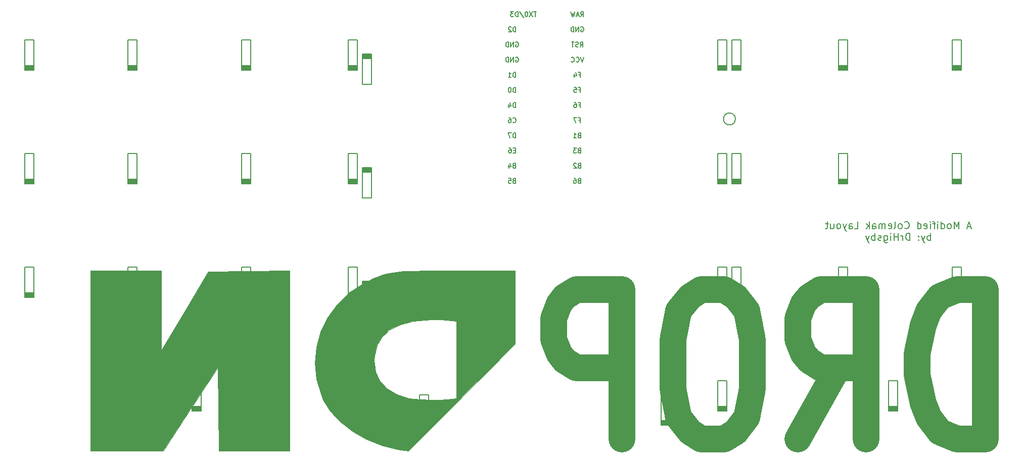
<source format=gbr>
%TF.GenerationSoftware,KiCad,Pcbnew,(5.1.9)-1*%
%TF.CreationDate,2021-08-24T15:28:57-07:00*%
%TF.ProjectId,DropDN - redesign2,44726f70-444e-4202-9d20-726564657369,rev?*%
%TF.SameCoordinates,Original*%
%TF.FileFunction,Legend,Bot*%
%TF.FilePolarity,Positive*%
%FSLAX46Y46*%
G04 Gerber Fmt 4.6, Leading zero omitted, Abs format (unit mm)*
G04 Created by KiCad (PCBNEW (5.1.9)-1) date 2021-08-24 15:28:57*
%MOMM*%
%LPD*%
G01*
G04 APERTURE LIST*
%ADD10C,0.150000*%
%ADD11C,4.500000*%
%ADD12C,0.010000*%
G04 APERTURE END LIST*
D10*
X183314285Y-59725000D02*
X182742857Y-59725000D01*
X183428571Y-60067857D02*
X183028571Y-58867857D01*
X182628571Y-60067857D01*
X181314285Y-60067857D02*
X181314285Y-58867857D01*
X180914285Y-59725000D01*
X180514285Y-58867857D01*
X180514285Y-60067857D01*
X179771428Y-60067857D02*
X179885714Y-60010714D01*
X179942857Y-59953571D01*
X180000000Y-59839285D01*
X180000000Y-59496428D01*
X179942857Y-59382142D01*
X179885714Y-59325000D01*
X179771428Y-59267857D01*
X179600000Y-59267857D01*
X179485714Y-59325000D01*
X179428571Y-59382142D01*
X179371428Y-59496428D01*
X179371428Y-59839285D01*
X179428571Y-59953571D01*
X179485714Y-60010714D01*
X179600000Y-60067857D01*
X179771428Y-60067857D01*
X178342857Y-60067857D02*
X178342857Y-58867857D01*
X178342857Y-60010714D02*
X178457142Y-60067857D01*
X178685714Y-60067857D01*
X178800000Y-60010714D01*
X178857142Y-59953571D01*
X178914285Y-59839285D01*
X178914285Y-59496428D01*
X178857142Y-59382142D01*
X178800000Y-59325000D01*
X178685714Y-59267857D01*
X178457142Y-59267857D01*
X178342857Y-59325000D01*
X177771428Y-60067857D02*
X177771428Y-59267857D01*
X177771428Y-58867857D02*
X177828571Y-58925000D01*
X177771428Y-58982142D01*
X177714285Y-58925000D01*
X177771428Y-58867857D01*
X177771428Y-58982142D01*
X177371428Y-59267857D02*
X176914285Y-59267857D01*
X177200000Y-60067857D02*
X177200000Y-59039285D01*
X177142857Y-58925000D01*
X177028571Y-58867857D01*
X176914285Y-58867857D01*
X176514285Y-60067857D02*
X176514285Y-59267857D01*
X176514285Y-58867857D02*
X176571428Y-58925000D01*
X176514285Y-58982142D01*
X176457142Y-58925000D01*
X176514285Y-58867857D01*
X176514285Y-58982142D01*
X175485714Y-60010714D02*
X175600000Y-60067857D01*
X175828571Y-60067857D01*
X175942857Y-60010714D01*
X176000000Y-59896428D01*
X176000000Y-59439285D01*
X175942857Y-59325000D01*
X175828571Y-59267857D01*
X175600000Y-59267857D01*
X175485714Y-59325000D01*
X175428571Y-59439285D01*
X175428571Y-59553571D01*
X176000000Y-59667857D01*
X174400000Y-60067857D02*
X174400000Y-58867857D01*
X174400000Y-60010714D02*
X174514285Y-60067857D01*
X174742857Y-60067857D01*
X174857142Y-60010714D01*
X174914285Y-59953571D01*
X174971428Y-59839285D01*
X174971428Y-59496428D01*
X174914285Y-59382142D01*
X174857142Y-59325000D01*
X174742857Y-59267857D01*
X174514285Y-59267857D01*
X174400000Y-59325000D01*
X172228571Y-59953571D02*
X172285714Y-60010714D01*
X172457142Y-60067857D01*
X172571428Y-60067857D01*
X172742857Y-60010714D01*
X172857142Y-59896428D01*
X172914285Y-59782142D01*
X172971428Y-59553571D01*
X172971428Y-59382142D01*
X172914285Y-59153571D01*
X172857142Y-59039285D01*
X172742857Y-58925000D01*
X172571428Y-58867857D01*
X172457142Y-58867857D01*
X172285714Y-58925000D01*
X172228571Y-58982142D01*
X171542857Y-60067857D02*
X171657142Y-60010714D01*
X171714285Y-59953571D01*
X171771428Y-59839285D01*
X171771428Y-59496428D01*
X171714285Y-59382142D01*
X171657142Y-59325000D01*
X171542857Y-59267857D01*
X171371428Y-59267857D01*
X171257142Y-59325000D01*
X171200000Y-59382142D01*
X171142857Y-59496428D01*
X171142857Y-59839285D01*
X171200000Y-59953571D01*
X171257142Y-60010714D01*
X171371428Y-60067857D01*
X171542857Y-60067857D01*
X170457142Y-60067857D02*
X170571428Y-60010714D01*
X170628571Y-59896428D01*
X170628571Y-58867857D01*
X169542857Y-60010714D02*
X169657142Y-60067857D01*
X169885714Y-60067857D01*
X170000000Y-60010714D01*
X170057142Y-59896428D01*
X170057142Y-59439285D01*
X170000000Y-59325000D01*
X169885714Y-59267857D01*
X169657142Y-59267857D01*
X169542857Y-59325000D01*
X169485714Y-59439285D01*
X169485714Y-59553571D01*
X170057142Y-59667857D01*
X168971428Y-60067857D02*
X168971428Y-59267857D01*
X168971428Y-59382142D02*
X168914285Y-59325000D01*
X168800000Y-59267857D01*
X168628571Y-59267857D01*
X168514285Y-59325000D01*
X168457142Y-59439285D01*
X168457142Y-60067857D01*
X168457142Y-59439285D02*
X168400000Y-59325000D01*
X168285714Y-59267857D01*
X168114285Y-59267857D01*
X168000000Y-59325000D01*
X167942857Y-59439285D01*
X167942857Y-60067857D01*
X166857142Y-60067857D02*
X166857142Y-59439285D01*
X166914285Y-59325000D01*
X167028571Y-59267857D01*
X167257142Y-59267857D01*
X167371428Y-59325000D01*
X166857142Y-60010714D02*
X166971428Y-60067857D01*
X167257142Y-60067857D01*
X167371428Y-60010714D01*
X167428571Y-59896428D01*
X167428571Y-59782142D01*
X167371428Y-59667857D01*
X167257142Y-59610714D01*
X166971428Y-59610714D01*
X166857142Y-59553571D01*
X166285714Y-60067857D02*
X166285714Y-58867857D01*
X166171428Y-59610714D02*
X165828571Y-60067857D01*
X165828571Y-59267857D02*
X166285714Y-59725000D01*
X163828571Y-60067857D02*
X164400000Y-60067857D01*
X164400000Y-58867857D01*
X162914285Y-60067857D02*
X162914285Y-59439285D01*
X162971428Y-59325000D01*
X163085714Y-59267857D01*
X163314285Y-59267857D01*
X163428571Y-59325000D01*
X162914285Y-60010714D02*
X163028571Y-60067857D01*
X163314285Y-60067857D01*
X163428571Y-60010714D01*
X163485714Y-59896428D01*
X163485714Y-59782142D01*
X163428571Y-59667857D01*
X163314285Y-59610714D01*
X163028571Y-59610714D01*
X162914285Y-59553571D01*
X162457142Y-59267857D02*
X162171428Y-60067857D01*
X161885714Y-59267857D02*
X162171428Y-60067857D01*
X162285714Y-60353571D01*
X162342857Y-60410714D01*
X162457142Y-60467857D01*
X161257142Y-60067857D02*
X161371428Y-60010714D01*
X161428571Y-59953571D01*
X161485714Y-59839285D01*
X161485714Y-59496428D01*
X161428571Y-59382142D01*
X161371428Y-59325000D01*
X161257142Y-59267857D01*
X161085714Y-59267857D01*
X160971428Y-59325000D01*
X160914285Y-59382142D01*
X160857142Y-59496428D01*
X160857142Y-59839285D01*
X160914285Y-59953571D01*
X160971428Y-60010714D01*
X161085714Y-60067857D01*
X161257142Y-60067857D01*
X159828571Y-59267857D02*
X159828571Y-60067857D01*
X160342857Y-59267857D02*
X160342857Y-59896428D01*
X160285714Y-60010714D01*
X160171428Y-60067857D01*
X160000000Y-60067857D01*
X159885714Y-60010714D01*
X159828571Y-59953571D01*
X159428571Y-59267857D02*
X158971428Y-59267857D01*
X159257142Y-58867857D02*
X159257142Y-59896428D01*
X159200000Y-60010714D01*
X159085714Y-60067857D01*
X158971428Y-60067857D01*
X176571428Y-62017857D02*
X176571428Y-60817857D01*
X176571428Y-61275000D02*
X176457142Y-61217857D01*
X176228571Y-61217857D01*
X176114285Y-61275000D01*
X176057142Y-61332142D01*
X176000000Y-61446428D01*
X176000000Y-61789285D01*
X176057142Y-61903571D01*
X176114285Y-61960714D01*
X176228571Y-62017857D01*
X176457142Y-62017857D01*
X176571428Y-61960714D01*
X175600000Y-61217857D02*
X175314285Y-62017857D01*
X175028571Y-61217857D02*
X175314285Y-62017857D01*
X175428571Y-62303571D01*
X175485714Y-62360714D01*
X175600000Y-62417857D01*
X174571428Y-61903571D02*
X174514285Y-61960714D01*
X174571428Y-62017857D01*
X174628571Y-61960714D01*
X174571428Y-61903571D01*
X174571428Y-62017857D01*
X174571428Y-61275000D02*
X174514285Y-61332142D01*
X174571428Y-61389285D01*
X174628571Y-61332142D01*
X174571428Y-61275000D01*
X174571428Y-61389285D01*
X173085714Y-62017857D02*
X173085714Y-60817857D01*
X172800000Y-60817857D01*
X172628571Y-60875000D01*
X172514285Y-60989285D01*
X172457142Y-61103571D01*
X172400000Y-61332142D01*
X172400000Y-61503571D01*
X172457142Y-61732142D01*
X172514285Y-61846428D01*
X172628571Y-61960714D01*
X172800000Y-62017857D01*
X173085714Y-62017857D01*
X171885714Y-62017857D02*
X171885714Y-61217857D01*
X171885714Y-61446428D02*
X171828571Y-61332142D01*
X171771428Y-61275000D01*
X171657142Y-61217857D01*
X171542857Y-61217857D01*
X171142857Y-62017857D02*
X171142857Y-60817857D01*
X171142857Y-61389285D02*
X170457142Y-61389285D01*
X170457142Y-62017857D02*
X170457142Y-60817857D01*
X169885714Y-62017857D02*
X169885714Y-61217857D01*
X169885714Y-60817857D02*
X169942857Y-60875000D01*
X169885714Y-60932142D01*
X169828571Y-60875000D01*
X169885714Y-60817857D01*
X169885714Y-60932142D01*
X168800000Y-61217857D02*
X168800000Y-62189285D01*
X168857142Y-62303571D01*
X168914285Y-62360714D01*
X169028571Y-62417857D01*
X169200000Y-62417857D01*
X169314285Y-62360714D01*
X168800000Y-61960714D02*
X168914285Y-62017857D01*
X169142857Y-62017857D01*
X169257142Y-61960714D01*
X169314285Y-61903571D01*
X169371428Y-61789285D01*
X169371428Y-61446428D01*
X169314285Y-61332142D01*
X169257142Y-61275000D01*
X169142857Y-61217857D01*
X168914285Y-61217857D01*
X168800000Y-61275000D01*
X168285714Y-61960714D02*
X168171428Y-62017857D01*
X167942857Y-62017857D01*
X167828571Y-61960714D01*
X167771428Y-61846428D01*
X167771428Y-61789285D01*
X167828571Y-61675000D01*
X167942857Y-61617857D01*
X168114285Y-61617857D01*
X168228571Y-61560714D01*
X168285714Y-61446428D01*
X168285714Y-61389285D01*
X168228571Y-61275000D01*
X168114285Y-61217857D01*
X167942857Y-61217857D01*
X167828571Y-61275000D01*
X167257142Y-62017857D02*
X167257142Y-60817857D01*
X167257142Y-61275000D02*
X167142857Y-61217857D01*
X166914285Y-61217857D01*
X166800000Y-61275000D01*
X166742857Y-61332142D01*
X166685714Y-61446428D01*
X166685714Y-61789285D01*
X166742857Y-61903571D01*
X166800000Y-61960714D01*
X166914285Y-62017857D01*
X167142857Y-62017857D01*
X167257142Y-61960714D01*
X166285714Y-61217857D02*
X166000000Y-62017857D01*
X165714285Y-61217857D02*
X166000000Y-62017857D01*
X166114285Y-62303571D01*
X166171428Y-62360714D01*
X166285714Y-62417857D01*
D11*
X185733035Y-95259523D02*
X185733035Y-70259523D01*
X180971130Y-70259523D01*
X178113988Y-71450000D01*
X176209226Y-73830952D01*
X175256845Y-76211904D01*
X174304464Y-80973809D01*
X174304464Y-84545238D01*
X175256845Y-89307142D01*
X176209226Y-91688095D01*
X178113988Y-94069047D01*
X180971130Y-95259523D01*
X185733035Y-95259523D01*
X154304464Y-95259523D02*
X160971130Y-83354761D01*
X165733035Y-95259523D02*
X165733035Y-70259523D01*
X158113988Y-70259523D01*
X156209226Y-71450000D01*
X155256845Y-72640476D01*
X154304464Y-75021428D01*
X154304464Y-78592857D01*
X155256845Y-80973809D01*
X156209226Y-82164285D01*
X158113988Y-83354761D01*
X165733035Y-83354761D01*
X141923511Y-70259523D02*
X138113988Y-70259523D01*
X136209226Y-71450000D01*
X134304464Y-73830952D01*
X133352083Y-78592857D01*
X133352083Y-86926190D01*
X134304464Y-91688095D01*
X136209226Y-94069047D01*
X138113988Y-95259523D01*
X141923511Y-95259523D01*
X143828273Y-94069047D01*
X145733035Y-91688095D01*
X146685416Y-86926190D01*
X146685416Y-78592857D01*
X145733035Y-73830952D01*
X143828273Y-71450000D01*
X141923511Y-70259523D01*
X124780654Y-95259523D02*
X124780654Y-70259523D01*
X117161607Y-70259523D01*
X115256845Y-71450000D01*
X114304464Y-72640476D01*
X113352083Y-75021428D01*
X113352083Y-78592857D01*
X114304464Y-80973809D01*
X115256845Y-82164285D01*
X117161607Y-83354761D01*
X124780654Y-83354761D01*
D10*
%TO.C,RESET1*%
X143875000Y-41671875D02*
G75*
G03*
X143875000Y-41671875I-1000000J0D01*
G01*
D12*
%TO.C,G\u002A\u002A\u002A*%
G36*
X62356020Y-67157761D02*
G01*
X55532318Y-67233334D01*
X51631576Y-73849220D01*
X47730834Y-80465107D01*
X47730834Y-67092223D01*
X35877500Y-67092223D01*
X35877500Y-97290000D01*
X48029262Y-97290000D01*
X52607270Y-90316093D01*
X57185278Y-83342185D01*
X57260764Y-90316093D01*
X57336250Y-97290000D01*
X69179723Y-97290000D01*
X69179723Y-67082188D01*
X62356020Y-67157761D01*
G37*
X62356020Y-67157761D02*
X55532318Y-67233334D01*
X51631576Y-73849220D01*
X47730834Y-80465107D01*
X47730834Y-67092223D01*
X35877500Y-67092223D01*
X35877500Y-97290000D01*
X48029262Y-97290000D01*
X52607270Y-90316093D01*
X57185278Y-83342185D01*
X57260764Y-90316093D01*
X57336250Y-97290000D01*
X69179723Y-97290000D01*
X69179723Y-67082188D01*
X62356020Y-67157761D01*
G36*
X94188805Y-67094730D02*
G01*
X91845639Y-67108999D01*
X89924535Y-67145152D01*
X88354300Y-67213311D01*
X87063746Y-67323597D01*
X85981682Y-67486131D01*
X85036916Y-67711036D01*
X84158260Y-68008434D01*
X83274521Y-68388445D01*
X82314510Y-68861191D01*
X81457944Y-69305535D01*
X79099496Y-70839464D01*
X77119224Y-72739462D01*
X75540484Y-74937101D01*
X74386632Y-77363949D01*
X73681025Y-79951577D01*
X73447019Y-82631555D01*
X73707971Y-85335454D01*
X74487238Y-87994844D01*
X74818330Y-88758280D01*
X75999782Y-90666942D01*
X77653890Y-92439011D01*
X79694729Y-94019061D01*
X82036376Y-95351661D01*
X84592907Y-96381384D01*
X87278398Y-97052801D01*
X87806389Y-97136769D01*
X89076389Y-97319529D01*
X98036945Y-88342580D01*
X106997500Y-79365632D01*
X106997500Y-75599505D01*
X97119723Y-75599505D01*
X97119723Y-88501854D01*
X96484723Y-88624160D01*
X95549421Y-88727864D01*
X94241620Y-88776721D01*
X92750289Y-88773770D01*
X91264396Y-88722051D01*
X89972910Y-88624604D01*
X89160836Y-88506340D01*
X87120110Y-87852497D01*
X85489175Y-86861806D01*
X84296003Y-85568520D01*
X83568565Y-84006894D01*
X83334835Y-82211182D01*
X83385931Y-81434302D01*
X83822836Y-79634493D01*
X84679589Y-78161795D01*
X85971847Y-77004899D01*
X87715264Y-76152493D01*
X89925495Y-75593268D01*
X91781972Y-75368365D01*
X93110707Y-75310484D01*
X94480528Y-75324390D01*
X95521416Y-75399809D01*
X97119723Y-75599505D01*
X106997500Y-75599505D01*
X106997500Y-67092223D01*
X97025222Y-67092223D01*
X94188805Y-67094730D01*
G37*
X94188805Y-67094730D02*
X91845639Y-67108999D01*
X89924535Y-67145152D01*
X88354300Y-67213311D01*
X87063746Y-67323597D01*
X85981682Y-67486131D01*
X85036916Y-67711036D01*
X84158260Y-68008434D01*
X83274521Y-68388445D01*
X82314510Y-68861191D01*
X81457944Y-69305535D01*
X79099496Y-70839464D01*
X77119224Y-72739462D01*
X75540484Y-74937101D01*
X74386632Y-77363949D01*
X73681025Y-79951577D01*
X73447019Y-82631555D01*
X73707971Y-85335454D01*
X74487238Y-87994844D01*
X74818330Y-88758280D01*
X75999782Y-90666942D01*
X77653890Y-92439011D01*
X79694729Y-94019061D01*
X82036376Y-95351661D01*
X84592907Y-96381384D01*
X87278398Y-97052801D01*
X87806389Y-97136769D01*
X89076389Y-97319529D01*
X98036945Y-88342580D01*
X106997500Y-79365632D01*
X106997500Y-75599505D01*
X97119723Y-75599505D01*
X97119723Y-88501854D01*
X96484723Y-88624160D01*
X95549421Y-88727864D01*
X94241620Y-88776721D01*
X92750289Y-88773770D01*
X91264396Y-88722051D01*
X89972910Y-88624604D01*
X89160836Y-88506340D01*
X87120110Y-87852497D01*
X85489175Y-86861806D01*
X84296003Y-85568520D01*
X83568565Y-84006894D01*
X83334835Y-82211182D01*
X83385931Y-81434302D01*
X83822836Y-79634493D01*
X84679589Y-78161795D01*
X85971847Y-77004899D01*
X87715264Y-76152493D01*
X89925495Y-75593268D01*
X91781972Y-75368365D01*
X93110707Y-75310484D01*
X94480528Y-75324390D01*
X95521416Y-75399809D01*
X97119723Y-75599505D01*
X106997500Y-75599505D01*
X106997500Y-67092223D01*
X97025222Y-67092223D01*
X94188805Y-67094730D01*
D10*
%TO.C,D33*%
X169497518Y-89884324D02*
X171021518Y-89884324D01*
X169497518Y-90011324D02*
X171021518Y-90011324D01*
X171021518Y-90138324D02*
X169497518Y-90138324D01*
X169497518Y-90519324D02*
X171021518Y-90519324D01*
X171021518Y-90392324D02*
X169497518Y-90392324D01*
X169497518Y-90265324D02*
X171021518Y-90265324D01*
X171021518Y-85566324D02*
X169497518Y-85566324D01*
X171021518Y-90646324D02*
X171021518Y-85566324D01*
X169497518Y-90646324D02*
X171021518Y-90646324D01*
X169497518Y-85566324D02*
X169497518Y-90646324D01*
%TO.C,D32*%
X140922494Y-89884324D02*
X142446494Y-89884324D01*
X140922494Y-90011324D02*
X142446494Y-90011324D01*
X142446494Y-90138324D02*
X140922494Y-90138324D01*
X140922494Y-90519324D02*
X142446494Y-90519324D01*
X142446494Y-90392324D02*
X140922494Y-90392324D01*
X140922494Y-90265324D02*
X142446494Y-90265324D01*
X142446494Y-85566324D02*
X140922494Y-85566324D01*
X142446494Y-90646324D02*
X142446494Y-85566324D01*
X140922494Y-90646324D02*
X142446494Y-90646324D01*
X140922494Y-85566324D02*
X140922494Y-90646324D01*
%TO.C,D31*%
X131397375Y-92265500D02*
X132921375Y-92265500D01*
X131397375Y-92392500D02*
X132921375Y-92392500D01*
X132921375Y-92519500D02*
X131397375Y-92519500D01*
X131397375Y-92900500D02*
X132921375Y-92900500D01*
X132921375Y-92773500D02*
X131397375Y-92773500D01*
X131397375Y-92646500D02*
X132921375Y-92646500D01*
X132921375Y-87947500D02*
X131397375Y-87947500D01*
X132921375Y-93027500D02*
X132921375Y-87947500D01*
X131397375Y-93027500D02*
X132921375Y-93027500D01*
X131397375Y-87947500D02*
X131397375Y-93027500D01*
%TO.C,D30*%
X90916206Y-92265500D02*
X92440206Y-92265500D01*
X90916206Y-92392500D02*
X92440206Y-92392500D01*
X92440206Y-92519500D02*
X90916206Y-92519500D01*
X90916206Y-92900500D02*
X92440206Y-92900500D01*
X92440206Y-92773500D02*
X90916206Y-92773500D01*
X90916206Y-92646500D02*
X92440206Y-92646500D01*
X92440206Y-87947500D02*
X90916206Y-87947500D01*
X92440206Y-93027500D02*
X92440206Y-87947500D01*
X90916206Y-93027500D02*
X92440206Y-93027500D01*
X90916206Y-87947500D02*
X90916206Y-93027500D01*
%TO.C,D29*%
X81391125Y-89884250D02*
X82915125Y-89884250D01*
X81391125Y-90011250D02*
X82915125Y-90011250D01*
X82915125Y-90138250D02*
X81391125Y-90138250D01*
X81391125Y-90519250D02*
X82915125Y-90519250D01*
X82915125Y-90392250D02*
X81391125Y-90392250D01*
X81391125Y-90265250D02*
X82915125Y-90265250D01*
X82915125Y-85566250D02*
X81391125Y-85566250D01*
X82915125Y-90646250D02*
X82915125Y-85566250D01*
X81391125Y-90646250D02*
X82915125Y-90646250D01*
X81391125Y-85566250D02*
X81391125Y-90646250D01*
%TO.C,D28*%
X52816125Y-89884250D02*
X54340125Y-89884250D01*
X52816125Y-90011250D02*
X54340125Y-90011250D01*
X54340125Y-90138250D02*
X52816125Y-90138250D01*
X52816125Y-90519250D02*
X54340125Y-90519250D01*
X54340125Y-90392250D02*
X52816125Y-90392250D01*
X52816125Y-90265250D02*
X54340125Y-90265250D01*
X54340125Y-85566250D02*
X52816125Y-85566250D01*
X54340125Y-90646250D02*
X54340125Y-85566250D01*
X52816125Y-90646250D02*
X54340125Y-90646250D01*
X52816125Y-85566250D02*
X52816125Y-90646250D01*
%TO.C,D27*%
X180213000Y-70834250D02*
X181737000Y-70834250D01*
X180213000Y-70961250D02*
X181737000Y-70961250D01*
X181737000Y-71088250D02*
X180213000Y-71088250D01*
X180213000Y-71469250D02*
X181737000Y-71469250D01*
X181737000Y-71342250D02*
X180213000Y-71342250D01*
X180213000Y-71215250D02*
X181737000Y-71215250D01*
X181737000Y-66516250D02*
X180213000Y-66516250D01*
X181737000Y-71596250D02*
X181737000Y-66516250D01*
X180213000Y-71596250D02*
X181737000Y-71596250D01*
X180213000Y-66516250D02*
X180213000Y-71596250D01*
%TO.C,D26*%
X161163000Y-70834308D02*
X162687000Y-70834308D01*
X161163000Y-70961308D02*
X162687000Y-70961308D01*
X162687000Y-71088308D02*
X161163000Y-71088308D01*
X161163000Y-71469308D02*
X162687000Y-71469308D01*
X162687000Y-71342308D02*
X161163000Y-71342308D01*
X161163000Y-71215308D02*
X162687000Y-71215308D01*
X162687000Y-66516308D02*
X161163000Y-66516308D01*
X162687000Y-71596308D02*
X162687000Y-66516308D01*
X161163000Y-71596308D02*
X162687000Y-71596308D01*
X161163000Y-66516308D02*
X161163000Y-71596308D01*
%TO.C,D25*%
X143303625Y-70834250D02*
X144827625Y-70834250D01*
X143303625Y-70961250D02*
X144827625Y-70961250D01*
X144827625Y-71088250D02*
X143303625Y-71088250D01*
X143303625Y-71469250D02*
X144827625Y-71469250D01*
X144827625Y-71342250D02*
X143303625Y-71342250D01*
X143303625Y-71215250D02*
X144827625Y-71215250D01*
X144827625Y-66516250D02*
X143303625Y-66516250D01*
X144827625Y-71596250D02*
X144827625Y-66516250D01*
X143303625Y-71596250D02*
X144827625Y-71596250D01*
X143303625Y-66516250D02*
X143303625Y-71596250D01*
%TO.C,D24*%
X140922375Y-70834250D02*
X142446375Y-70834250D01*
X140922375Y-70961250D02*
X142446375Y-70961250D01*
X142446375Y-71088250D02*
X140922375Y-71088250D01*
X140922375Y-71469250D02*
X142446375Y-71469250D01*
X142446375Y-71342250D02*
X140922375Y-71342250D01*
X140922375Y-71215250D02*
X142446375Y-71215250D01*
X142446375Y-66516250D02*
X140922375Y-66516250D01*
X142446375Y-71596250D02*
X142446375Y-66516250D01*
X140922375Y-71596250D02*
X142446375Y-71596250D01*
X140922375Y-66516250D02*
X140922375Y-71596250D01*
%TO.C,D23*%
X82915125Y-69659500D02*
X81391125Y-69659500D01*
X82915125Y-69532500D02*
X81391125Y-69532500D01*
X81391125Y-69405500D02*
X82915125Y-69405500D01*
X82915125Y-69024500D02*
X81391125Y-69024500D01*
X81391125Y-69151500D02*
X82915125Y-69151500D01*
X82915125Y-69278500D02*
X81391125Y-69278500D01*
X81391125Y-73977500D02*
X82915125Y-73977500D01*
X81391125Y-68897500D02*
X81391125Y-73977500D01*
X82915125Y-68897500D02*
X81391125Y-68897500D01*
X82915125Y-73977500D02*
X82915125Y-68897500D01*
%TO.C,D22*%
X79009875Y-70834250D02*
X80533875Y-70834250D01*
X79009875Y-70961250D02*
X80533875Y-70961250D01*
X80533875Y-71088250D02*
X79009875Y-71088250D01*
X79009875Y-71469250D02*
X80533875Y-71469250D01*
X80533875Y-71342250D02*
X79009875Y-71342250D01*
X79009875Y-71215250D02*
X80533875Y-71215250D01*
X80533875Y-66516250D02*
X79009875Y-66516250D01*
X80533875Y-71596250D02*
X80533875Y-66516250D01*
X79009875Y-71596250D02*
X80533875Y-71596250D01*
X79009875Y-66516250D02*
X79009875Y-71596250D01*
%TO.C,D21*%
X61150556Y-70834308D02*
X62674556Y-70834308D01*
X61150556Y-70961308D02*
X62674556Y-70961308D01*
X62674556Y-71088308D02*
X61150556Y-71088308D01*
X61150556Y-71469308D02*
X62674556Y-71469308D01*
X62674556Y-71342308D02*
X61150556Y-71342308D01*
X61150556Y-71215308D02*
X62674556Y-71215308D01*
X62674556Y-66516308D02*
X61150556Y-66516308D01*
X62674556Y-71596308D02*
X62674556Y-66516308D01*
X61150556Y-71596308D02*
X62674556Y-71596308D01*
X61150556Y-66516308D02*
X61150556Y-71596308D01*
%TO.C,D20*%
X42100540Y-70834308D02*
X43624540Y-70834308D01*
X42100540Y-70961308D02*
X43624540Y-70961308D01*
X43624540Y-71088308D02*
X42100540Y-71088308D01*
X42100540Y-71469308D02*
X43624540Y-71469308D01*
X43624540Y-71342308D02*
X42100540Y-71342308D01*
X42100540Y-71215308D02*
X43624540Y-71215308D01*
X43624540Y-66516308D02*
X42100540Y-66516308D01*
X43624540Y-71596308D02*
X43624540Y-66516308D01*
X42100540Y-71596308D02*
X43624540Y-71596308D01*
X42100540Y-66516308D02*
X42100540Y-71596308D01*
%TO.C,D19*%
X24836463Y-70834308D02*
X26360463Y-70834308D01*
X24836463Y-70961308D02*
X26360463Y-70961308D01*
X26360463Y-71088308D02*
X24836463Y-71088308D01*
X24836463Y-71469308D02*
X26360463Y-71469308D01*
X26360463Y-71342308D02*
X24836463Y-71342308D01*
X24836463Y-71215308D02*
X26360463Y-71215308D01*
X26360463Y-66516308D02*
X24836463Y-66516308D01*
X26360463Y-71596308D02*
X26360463Y-66516308D01*
X24836463Y-71596308D02*
X26360463Y-71596308D01*
X24836463Y-66516308D02*
X24836463Y-71596308D01*
%TO.C,D18*%
X180213000Y-51784250D02*
X181737000Y-51784250D01*
X180213000Y-51911250D02*
X181737000Y-51911250D01*
X181737000Y-52038250D02*
X180213000Y-52038250D01*
X180213000Y-52419250D02*
X181737000Y-52419250D01*
X181737000Y-52292250D02*
X180213000Y-52292250D01*
X180213000Y-52165250D02*
X181737000Y-52165250D01*
X181737000Y-47466250D02*
X180213000Y-47466250D01*
X181737000Y-52546250D02*
X181737000Y-47466250D01*
X180213000Y-52546250D02*
X181737000Y-52546250D01*
X180213000Y-47466250D02*
X180213000Y-52546250D01*
%TO.C,D17*%
X161163000Y-51784250D02*
X162687000Y-51784250D01*
X161163000Y-51911250D02*
X162687000Y-51911250D01*
X162687000Y-52038250D02*
X161163000Y-52038250D01*
X161163000Y-52419250D02*
X162687000Y-52419250D01*
X162687000Y-52292250D02*
X161163000Y-52292250D01*
X161163000Y-52165250D02*
X162687000Y-52165250D01*
X162687000Y-47466250D02*
X161163000Y-47466250D01*
X162687000Y-52546250D02*
X162687000Y-47466250D01*
X161163000Y-52546250D02*
X162687000Y-52546250D01*
X161163000Y-47466250D02*
X161163000Y-52546250D01*
%TO.C,D16*%
X143303625Y-51784250D02*
X144827625Y-51784250D01*
X143303625Y-51911250D02*
X144827625Y-51911250D01*
X144827625Y-52038250D02*
X143303625Y-52038250D01*
X143303625Y-52419250D02*
X144827625Y-52419250D01*
X144827625Y-52292250D02*
X143303625Y-52292250D01*
X143303625Y-52165250D02*
X144827625Y-52165250D01*
X144827625Y-47466250D02*
X143303625Y-47466250D01*
X144827625Y-52546250D02*
X144827625Y-47466250D01*
X143303625Y-52546250D02*
X144827625Y-52546250D01*
X143303625Y-47466250D02*
X143303625Y-52546250D01*
%TO.C,D15*%
X140922375Y-51784250D02*
X142446375Y-51784250D01*
X140922375Y-51911250D02*
X142446375Y-51911250D01*
X142446375Y-52038250D02*
X140922375Y-52038250D01*
X140922375Y-52419250D02*
X142446375Y-52419250D01*
X142446375Y-52292250D02*
X140922375Y-52292250D01*
X140922375Y-52165250D02*
X142446375Y-52165250D01*
X142446375Y-47466250D02*
X140922375Y-47466250D01*
X142446375Y-52546250D02*
X142446375Y-47466250D01*
X140922375Y-52546250D02*
X142446375Y-52546250D01*
X140922375Y-47466250D02*
X140922375Y-52546250D01*
%TO.C,D14*%
X82915125Y-50609500D02*
X81391125Y-50609500D01*
X82915125Y-50482500D02*
X81391125Y-50482500D01*
X81391125Y-50355500D02*
X82915125Y-50355500D01*
X82915125Y-49974500D02*
X81391125Y-49974500D01*
X81391125Y-50101500D02*
X82915125Y-50101500D01*
X82915125Y-50228500D02*
X81391125Y-50228500D01*
X81391125Y-54927500D02*
X82915125Y-54927500D01*
X81391125Y-49847500D02*
X81391125Y-54927500D01*
X82915125Y-49847500D02*
X81391125Y-49847500D01*
X82915125Y-54927500D02*
X82915125Y-49847500D01*
%TO.C,D13*%
X79009875Y-51784250D02*
X80533875Y-51784250D01*
X79009875Y-51911250D02*
X80533875Y-51911250D01*
X80533875Y-52038250D02*
X79009875Y-52038250D01*
X79009875Y-52419250D02*
X80533875Y-52419250D01*
X80533875Y-52292250D02*
X79009875Y-52292250D01*
X79009875Y-52165250D02*
X80533875Y-52165250D01*
X80533875Y-47466250D02*
X79009875Y-47466250D01*
X80533875Y-52546250D02*
X80533875Y-47466250D01*
X79009875Y-52546250D02*
X80533875Y-52546250D01*
X79009875Y-47466250D02*
X79009875Y-52546250D01*
%TO.C,D12*%
X61150556Y-51784292D02*
X62674556Y-51784292D01*
X61150556Y-51911292D02*
X62674556Y-51911292D01*
X62674556Y-52038292D02*
X61150556Y-52038292D01*
X61150556Y-52419292D02*
X62674556Y-52419292D01*
X62674556Y-52292292D02*
X61150556Y-52292292D01*
X61150556Y-52165292D02*
X62674556Y-52165292D01*
X62674556Y-47466292D02*
X61150556Y-47466292D01*
X62674556Y-52546292D02*
X62674556Y-47466292D01*
X61150556Y-52546292D02*
X62674556Y-52546292D01*
X61150556Y-47466292D02*
X61150556Y-52546292D01*
%TO.C,D11*%
X42100540Y-51784292D02*
X43624540Y-51784292D01*
X42100540Y-51911292D02*
X43624540Y-51911292D01*
X43624540Y-52038292D02*
X42100540Y-52038292D01*
X42100540Y-52419292D02*
X43624540Y-52419292D01*
X43624540Y-52292292D02*
X42100540Y-52292292D01*
X42100540Y-52165292D02*
X43624540Y-52165292D01*
X43624540Y-47466292D02*
X42100540Y-47466292D01*
X43624540Y-52546292D02*
X43624540Y-47466292D01*
X42100540Y-52546292D02*
X43624540Y-52546292D01*
X42100540Y-47466292D02*
X42100540Y-52546292D01*
%TO.C,D10*%
X24836463Y-51784292D02*
X26360463Y-51784292D01*
X24836463Y-51911292D02*
X26360463Y-51911292D01*
X26360463Y-52038292D02*
X24836463Y-52038292D01*
X24836463Y-52419292D02*
X26360463Y-52419292D01*
X26360463Y-52292292D02*
X24836463Y-52292292D01*
X24836463Y-52165292D02*
X26360463Y-52165292D01*
X26360463Y-47466292D02*
X24836463Y-47466292D01*
X26360463Y-52546292D02*
X26360463Y-47466292D01*
X24836463Y-52546292D02*
X26360463Y-52546292D01*
X24836463Y-47466292D02*
X24836463Y-52546292D01*
%TO.C,D9*%
X180213000Y-32734250D02*
X181737000Y-32734250D01*
X180213000Y-32861250D02*
X181737000Y-32861250D01*
X181737000Y-32988250D02*
X180213000Y-32988250D01*
X180213000Y-33369250D02*
X181737000Y-33369250D01*
X181737000Y-33242250D02*
X180213000Y-33242250D01*
X180213000Y-33115250D02*
X181737000Y-33115250D01*
X181737000Y-28416250D02*
X180213000Y-28416250D01*
X181737000Y-33496250D02*
X181737000Y-28416250D01*
X180213000Y-33496250D02*
X181737000Y-33496250D01*
X180213000Y-28416250D02*
X180213000Y-33496250D01*
%TO.C,D8*%
X161163000Y-32734276D02*
X162687000Y-32734276D01*
X161163000Y-32861276D02*
X162687000Y-32861276D01*
X162687000Y-32988276D02*
X161163000Y-32988276D01*
X161163000Y-33369276D02*
X162687000Y-33369276D01*
X162687000Y-33242276D02*
X161163000Y-33242276D01*
X161163000Y-33115276D02*
X162687000Y-33115276D01*
X162687000Y-28416276D02*
X161163000Y-28416276D01*
X162687000Y-33496276D02*
X162687000Y-28416276D01*
X161163000Y-33496276D02*
X162687000Y-33496276D01*
X161163000Y-28416276D02*
X161163000Y-33496276D01*
%TO.C,D7*%
X143303625Y-32734276D02*
X144827625Y-32734276D01*
X143303625Y-32861276D02*
X144827625Y-32861276D01*
X144827625Y-32988276D02*
X143303625Y-32988276D01*
X143303625Y-33369276D02*
X144827625Y-33369276D01*
X144827625Y-33242276D02*
X143303625Y-33242276D01*
X143303625Y-33115276D02*
X144827625Y-33115276D01*
X144827625Y-28416276D02*
X143303625Y-28416276D01*
X144827625Y-33496276D02*
X144827625Y-28416276D01*
X143303625Y-33496276D02*
X144827625Y-33496276D01*
X143303625Y-28416276D02*
X143303625Y-33496276D01*
%TO.C,D6*%
X140922375Y-32734250D02*
X142446375Y-32734250D01*
X140922375Y-32861250D02*
X142446375Y-32861250D01*
X142446375Y-32988250D02*
X140922375Y-32988250D01*
X140922375Y-33369250D02*
X142446375Y-33369250D01*
X142446375Y-33242250D02*
X140922375Y-33242250D01*
X140922375Y-33115250D02*
X142446375Y-33115250D01*
X142446375Y-28416250D02*
X140922375Y-28416250D01*
X142446375Y-33496250D02*
X142446375Y-28416250D01*
X140922375Y-33496250D02*
X142446375Y-33496250D01*
X140922375Y-28416250D02*
X140922375Y-33496250D01*
%TO.C,D5*%
X82915125Y-31559500D02*
X81391125Y-31559500D01*
X82915125Y-31432500D02*
X81391125Y-31432500D01*
X81391125Y-31305500D02*
X82915125Y-31305500D01*
X82915125Y-30924500D02*
X81391125Y-30924500D01*
X81391125Y-31051500D02*
X82915125Y-31051500D01*
X82915125Y-31178500D02*
X81391125Y-31178500D01*
X81391125Y-35877500D02*
X82915125Y-35877500D01*
X81391125Y-30797500D02*
X81391125Y-35877500D01*
X82915125Y-30797500D02*
X81391125Y-30797500D01*
X82915125Y-35877500D02*
X82915125Y-30797500D01*
%TO.C,D4*%
X79009875Y-32734250D02*
X80533875Y-32734250D01*
X79009875Y-32861250D02*
X80533875Y-32861250D01*
X80533875Y-32988250D02*
X79009875Y-32988250D01*
X79009875Y-33369250D02*
X80533875Y-33369250D01*
X80533875Y-33242250D02*
X79009875Y-33242250D01*
X79009875Y-33115250D02*
X80533875Y-33115250D01*
X80533875Y-28416250D02*
X79009875Y-28416250D01*
X80533875Y-33496250D02*
X80533875Y-28416250D01*
X79009875Y-33496250D02*
X80533875Y-33496250D01*
X79009875Y-28416250D02*
X79009875Y-33496250D01*
%TO.C,D3*%
X61150556Y-32734276D02*
X62674556Y-32734276D01*
X61150556Y-32861276D02*
X62674556Y-32861276D01*
X62674556Y-32988276D02*
X61150556Y-32988276D01*
X61150556Y-33369276D02*
X62674556Y-33369276D01*
X62674556Y-33242276D02*
X61150556Y-33242276D01*
X61150556Y-33115276D02*
X62674556Y-33115276D01*
X62674556Y-28416276D02*
X61150556Y-28416276D01*
X62674556Y-33496276D02*
X62674556Y-28416276D01*
X61150556Y-33496276D02*
X62674556Y-33496276D01*
X61150556Y-28416276D02*
X61150556Y-33496276D01*
%TO.C,D2*%
X42100540Y-32734276D02*
X43624540Y-32734276D01*
X42100540Y-32861276D02*
X43624540Y-32861276D01*
X43624540Y-32988276D02*
X42100540Y-32988276D01*
X42100540Y-33369276D02*
X43624540Y-33369276D01*
X43624540Y-33242276D02*
X42100540Y-33242276D01*
X42100540Y-33115276D02*
X43624540Y-33115276D01*
X43624540Y-28416276D02*
X42100540Y-28416276D01*
X43624540Y-33496276D02*
X43624540Y-28416276D01*
X42100540Y-33496276D02*
X43624540Y-33496276D01*
X42100540Y-28416276D02*
X42100540Y-33496276D01*
%TO.C,D1*%
X24836463Y-32734276D02*
X26360463Y-32734276D01*
X24836463Y-32861276D02*
X26360463Y-32861276D01*
X26360463Y-32988276D02*
X24836463Y-32988276D01*
X24836463Y-33369276D02*
X26360463Y-33369276D01*
X26360463Y-33242276D02*
X24836463Y-33242276D01*
X24836463Y-33115276D02*
X26360463Y-33115276D01*
X26360463Y-28416276D02*
X24836463Y-28416276D01*
X26360463Y-33496276D02*
X26360463Y-28416276D01*
X24836463Y-33496276D02*
X26360463Y-33496276D01*
X24836463Y-28416276D02*
X24836463Y-33496276D01*
%TO.C,PM1*%
X117856845Y-29551904D02*
X118123511Y-29170952D01*
X118313988Y-29551904D02*
X118313988Y-28751904D01*
X118009226Y-28751904D01*
X117933035Y-28790000D01*
X117894940Y-28828095D01*
X117856845Y-28904285D01*
X117856845Y-29018571D01*
X117894940Y-29094761D01*
X117933035Y-29132857D01*
X118009226Y-29170952D01*
X118313988Y-29170952D01*
X117552083Y-29513809D02*
X117437797Y-29551904D01*
X117247321Y-29551904D01*
X117171130Y-29513809D01*
X117133035Y-29475714D01*
X117094940Y-29399523D01*
X117094940Y-29323333D01*
X117133035Y-29247142D01*
X117171130Y-29209047D01*
X117247321Y-29170952D01*
X117399702Y-29132857D01*
X117475892Y-29094761D01*
X117513988Y-29056666D01*
X117552083Y-28980476D01*
X117552083Y-28904285D01*
X117513988Y-28828095D01*
X117475892Y-28790000D01*
X117399702Y-28751904D01*
X117209226Y-28751904D01*
X117094940Y-28790000D01*
X116866369Y-28751904D02*
X116409226Y-28751904D01*
X116637797Y-29551904D02*
X116637797Y-28751904D01*
X110537354Y-23691904D02*
X110080211Y-23691904D01*
X110308782Y-24491904D02*
X110308782Y-23691904D01*
X109889735Y-23691904D02*
X109356401Y-24491904D01*
X109356401Y-23691904D02*
X109889735Y-24491904D01*
X108899258Y-23691904D02*
X108823068Y-23691904D01*
X108746878Y-23730000D01*
X108708782Y-23768095D01*
X108670687Y-23844285D01*
X108632592Y-23996666D01*
X108632592Y-24187142D01*
X108670687Y-24339523D01*
X108708782Y-24415714D01*
X108746878Y-24453809D01*
X108823068Y-24491904D01*
X108899258Y-24491904D01*
X108975449Y-24453809D01*
X109013544Y-24415714D01*
X109051639Y-24339523D01*
X109089735Y-24187142D01*
X109089735Y-23996666D01*
X109051639Y-23844285D01*
X109013544Y-23768095D01*
X108975449Y-23730000D01*
X108899258Y-23691904D01*
X107718306Y-23653809D02*
X108404020Y-24682380D01*
X107451639Y-24491904D02*
X107451639Y-23691904D01*
X107261163Y-23691904D01*
X107146878Y-23730000D01*
X107070687Y-23806190D01*
X107032592Y-23882380D01*
X106994497Y-24034761D01*
X106994497Y-24149047D01*
X107032592Y-24301428D01*
X107070687Y-24377619D01*
X107146878Y-24453809D01*
X107261163Y-24491904D01*
X107451639Y-24491904D01*
X106727830Y-23691904D02*
X106232592Y-23691904D01*
X106499258Y-23996666D01*
X106384973Y-23996666D01*
X106308782Y-24034761D01*
X106270687Y-24072857D01*
X106232592Y-24149047D01*
X106232592Y-24339523D01*
X106270687Y-24415714D01*
X106308782Y-24453809D01*
X106384973Y-24491904D01*
X106613544Y-24491904D01*
X106689735Y-24453809D01*
X106727830Y-24415714D01*
X117703559Y-49472857D02*
X117589273Y-49510952D01*
X117551178Y-49549047D01*
X117513083Y-49625238D01*
X117513083Y-49739523D01*
X117551178Y-49815714D01*
X117589273Y-49853809D01*
X117665464Y-49891904D01*
X117970226Y-49891904D01*
X117970226Y-49091904D01*
X117703559Y-49091904D01*
X117627369Y-49130000D01*
X117589273Y-49168095D01*
X117551178Y-49244285D01*
X117551178Y-49320476D01*
X117589273Y-49396666D01*
X117627369Y-49434761D01*
X117703559Y-49472857D01*
X117970226Y-49472857D01*
X117208321Y-49168095D02*
X117170226Y-49130000D01*
X117094035Y-49091904D01*
X116903559Y-49091904D01*
X116827369Y-49130000D01*
X116789273Y-49168095D01*
X116751178Y-49244285D01*
X116751178Y-49320476D01*
X116789273Y-49434761D01*
X117246416Y-49891904D01*
X116751178Y-49891904D01*
X117646416Y-41852857D02*
X117913083Y-41852857D01*
X117913083Y-42271904D02*
X117913083Y-41471904D01*
X117532130Y-41471904D01*
X117303559Y-41471904D02*
X116770226Y-41471904D01*
X117113083Y-42271904D01*
X117646416Y-39312857D02*
X117913083Y-39312857D01*
X117913083Y-39731904D02*
X117913083Y-38931904D01*
X117532130Y-38931904D01*
X116884511Y-38931904D02*
X117036892Y-38931904D01*
X117113083Y-38970000D01*
X117151178Y-39008095D01*
X117227369Y-39122380D01*
X117265464Y-39274761D01*
X117265464Y-39579523D01*
X117227369Y-39655714D01*
X117189273Y-39693809D01*
X117113083Y-39731904D01*
X116960702Y-39731904D01*
X116884511Y-39693809D01*
X116846416Y-39655714D01*
X116808321Y-39579523D01*
X116808321Y-39389047D01*
X116846416Y-39312857D01*
X116884511Y-39274761D01*
X116960702Y-39236666D01*
X117113083Y-39236666D01*
X117189273Y-39274761D01*
X117227369Y-39312857D01*
X117265464Y-39389047D01*
X117646416Y-36772857D02*
X117913083Y-36772857D01*
X117913083Y-37191904D02*
X117913083Y-36391904D01*
X117532130Y-36391904D01*
X116846416Y-36391904D02*
X117227369Y-36391904D01*
X117265464Y-36772857D01*
X117227369Y-36734761D01*
X117151178Y-36696666D01*
X116960702Y-36696666D01*
X116884511Y-36734761D01*
X116846416Y-36772857D01*
X116808321Y-36849047D01*
X116808321Y-37039523D01*
X116846416Y-37115714D01*
X116884511Y-37153809D01*
X116960702Y-37191904D01*
X117151178Y-37191904D01*
X117227369Y-37153809D01*
X117265464Y-37115714D01*
X117932130Y-24491904D02*
X118198797Y-24110952D01*
X118389273Y-24491904D02*
X118389273Y-23691904D01*
X118084511Y-23691904D01*
X118008321Y-23730000D01*
X117970226Y-23768095D01*
X117932130Y-23844285D01*
X117932130Y-23958571D01*
X117970226Y-24034761D01*
X118008321Y-24072857D01*
X118084511Y-24110952D01*
X118389273Y-24110952D01*
X117627369Y-24263333D02*
X117246416Y-24263333D01*
X117703559Y-24491904D02*
X117436892Y-23691904D01*
X117170226Y-24491904D01*
X116979750Y-23691904D02*
X116789273Y-24491904D01*
X116636892Y-23920476D01*
X116484511Y-24491904D01*
X116294035Y-23691904D01*
X117989273Y-26270000D02*
X118065464Y-26231904D01*
X118179750Y-26231904D01*
X118294035Y-26270000D01*
X118370226Y-26346190D01*
X118408321Y-26422380D01*
X118446416Y-26574761D01*
X118446416Y-26689047D01*
X118408321Y-26841428D01*
X118370226Y-26917619D01*
X118294035Y-26993809D01*
X118179750Y-27031904D01*
X118103559Y-27031904D01*
X117989273Y-26993809D01*
X117951178Y-26955714D01*
X117951178Y-26689047D01*
X118103559Y-26689047D01*
X117608321Y-27031904D02*
X117608321Y-26231904D01*
X117151178Y-27031904D01*
X117151178Y-26231904D01*
X116770226Y-27031904D02*
X116770226Y-26231904D01*
X116579750Y-26231904D01*
X116465464Y-26270000D01*
X116389273Y-26346190D01*
X116351178Y-26422380D01*
X116313083Y-26574761D01*
X116313083Y-26689047D01*
X116351178Y-26841428D01*
X116389273Y-26917619D01*
X116465464Y-26993809D01*
X116579750Y-27031904D01*
X116770226Y-27031904D01*
X118446416Y-31311904D02*
X118179750Y-32111904D01*
X117913083Y-31311904D01*
X117189273Y-32035714D02*
X117227369Y-32073809D01*
X117341654Y-32111904D01*
X117417845Y-32111904D01*
X117532130Y-32073809D01*
X117608321Y-31997619D01*
X117646416Y-31921428D01*
X117684511Y-31769047D01*
X117684511Y-31654761D01*
X117646416Y-31502380D01*
X117608321Y-31426190D01*
X117532130Y-31350000D01*
X117417845Y-31311904D01*
X117341654Y-31311904D01*
X117227369Y-31350000D01*
X117189273Y-31388095D01*
X116389273Y-32035714D02*
X116427369Y-32073809D01*
X116541654Y-32111904D01*
X116617845Y-32111904D01*
X116732130Y-32073809D01*
X116808321Y-31997619D01*
X116846416Y-31921428D01*
X116884511Y-31769047D01*
X116884511Y-31654761D01*
X116846416Y-31502380D01*
X116808321Y-31426190D01*
X116732130Y-31350000D01*
X116617845Y-31311904D01*
X116541654Y-31311904D01*
X116427369Y-31350000D01*
X116389273Y-31388095D01*
X117646416Y-34232857D02*
X117913083Y-34232857D01*
X117913083Y-34651904D02*
X117913083Y-33851904D01*
X117532130Y-33851904D01*
X116884511Y-34118571D02*
X116884511Y-34651904D01*
X117074988Y-33813809D02*
X117265464Y-34385238D01*
X116770226Y-34385238D01*
X117703559Y-44392857D02*
X117589273Y-44430952D01*
X117551178Y-44469047D01*
X117513083Y-44545238D01*
X117513083Y-44659523D01*
X117551178Y-44735714D01*
X117589273Y-44773809D01*
X117665464Y-44811904D01*
X117970226Y-44811904D01*
X117970226Y-44011904D01*
X117703559Y-44011904D01*
X117627369Y-44050000D01*
X117589273Y-44088095D01*
X117551178Y-44164285D01*
X117551178Y-44240476D01*
X117589273Y-44316666D01*
X117627369Y-44354761D01*
X117703559Y-44392857D01*
X117970226Y-44392857D01*
X116751178Y-44811904D02*
X117208321Y-44811904D01*
X116979750Y-44811904D02*
X116979750Y-44011904D01*
X117055940Y-44126190D01*
X117132130Y-44202380D01*
X117208321Y-44240476D01*
X117703559Y-46932857D02*
X117589273Y-46970952D01*
X117551178Y-47009047D01*
X117513083Y-47085238D01*
X117513083Y-47199523D01*
X117551178Y-47275714D01*
X117589273Y-47313809D01*
X117665464Y-47351904D01*
X117970226Y-47351904D01*
X117970226Y-46551904D01*
X117703559Y-46551904D01*
X117627369Y-46590000D01*
X117589273Y-46628095D01*
X117551178Y-46704285D01*
X117551178Y-46780476D01*
X117589273Y-46856666D01*
X117627369Y-46894761D01*
X117703559Y-46932857D01*
X117970226Y-46932857D01*
X117246416Y-46551904D02*
X116751178Y-46551904D01*
X117017845Y-46856666D01*
X116903559Y-46856666D01*
X116827369Y-46894761D01*
X116789273Y-46932857D01*
X116751178Y-47009047D01*
X116751178Y-47199523D01*
X116789273Y-47275714D01*
X116827369Y-47313809D01*
X116903559Y-47351904D01*
X117132130Y-47351904D01*
X117208321Y-47313809D01*
X117246416Y-47275714D01*
X117703559Y-52012857D02*
X117589273Y-52050952D01*
X117551178Y-52089047D01*
X117513083Y-52165238D01*
X117513083Y-52279523D01*
X117551178Y-52355714D01*
X117589273Y-52393809D01*
X117665464Y-52431904D01*
X117970226Y-52431904D01*
X117970226Y-51631904D01*
X117703559Y-51631904D01*
X117627369Y-51670000D01*
X117589273Y-51708095D01*
X117551178Y-51784285D01*
X117551178Y-51860476D01*
X117589273Y-51936666D01*
X117627369Y-51974761D01*
X117703559Y-52012857D01*
X117970226Y-52012857D01*
X116827369Y-51631904D02*
X116979750Y-51631904D01*
X117055940Y-51670000D01*
X117094035Y-51708095D01*
X117170226Y-51822380D01*
X117208321Y-51974761D01*
X117208321Y-52279523D01*
X117170226Y-52355714D01*
X117132130Y-52393809D01*
X117055940Y-52431904D01*
X116903559Y-52431904D01*
X116827369Y-52393809D01*
X116789273Y-52355714D01*
X116751178Y-52279523D01*
X116751178Y-52089047D01*
X116789273Y-52012857D01*
X116827369Y-51974761D01*
X116903559Y-51936666D01*
X117055940Y-51936666D01*
X117132130Y-51974761D01*
X117170226Y-52012857D01*
X117208321Y-52089047D01*
X106781559Y-52012857D02*
X106667273Y-52050952D01*
X106629178Y-52089047D01*
X106591083Y-52165238D01*
X106591083Y-52279523D01*
X106629178Y-52355714D01*
X106667273Y-52393809D01*
X106743464Y-52431904D01*
X107048226Y-52431904D01*
X107048226Y-51631904D01*
X106781559Y-51631904D01*
X106705369Y-51670000D01*
X106667273Y-51708095D01*
X106629178Y-51784285D01*
X106629178Y-51860476D01*
X106667273Y-51936666D01*
X106705369Y-51974761D01*
X106781559Y-52012857D01*
X107048226Y-52012857D01*
X105867273Y-51631904D02*
X106248226Y-51631904D01*
X106286321Y-52012857D01*
X106248226Y-51974761D01*
X106172035Y-51936666D01*
X105981559Y-51936666D01*
X105905369Y-51974761D01*
X105867273Y-52012857D01*
X105829178Y-52089047D01*
X105829178Y-52279523D01*
X105867273Y-52355714D01*
X105905369Y-52393809D01*
X105981559Y-52431904D01*
X106172035Y-52431904D01*
X106248226Y-52393809D01*
X106286321Y-52355714D01*
X106781559Y-49472857D02*
X106667273Y-49510952D01*
X106629178Y-49549047D01*
X106591083Y-49625238D01*
X106591083Y-49739523D01*
X106629178Y-49815714D01*
X106667273Y-49853809D01*
X106743464Y-49891904D01*
X107048226Y-49891904D01*
X107048226Y-49091904D01*
X106781559Y-49091904D01*
X106705369Y-49130000D01*
X106667273Y-49168095D01*
X106629178Y-49244285D01*
X106629178Y-49320476D01*
X106667273Y-49396666D01*
X106705369Y-49434761D01*
X106781559Y-49472857D01*
X107048226Y-49472857D01*
X105905369Y-49358571D02*
X105905369Y-49891904D01*
X106095845Y-49053809D02*
X106286321Y-49625238D01*
X105791083Y-49625238D01*
X107010130Y-46932857D02*
X106743464Y-46932857D01*
X106629178Y-47351904D02*
X107010130Y-47351904D01*
X107010130Y-46551904D01*
X106629178Y-46551904D01*
X105943464Y-46551904D02*
X106095845Y-46551904D01*
X106172035Y-46590000D01*
X106210130Y-46628095D01*
X106286321Y-46742380D01*
X106324416Y-46894761D01*
X106324416Y-47199523D01*
X106286321Y-47275714D01*
X106248226Y-47313809D01*
X106172035Y-47351904D01*
X106019654Y-47351904D01*
X105943464Y-47313809D01*
X105905369Y-47275714D01*
X105867273Y-47199523D01*
X105867273Y-47009047D01*
X105905369Y-46932857D01*
X105943464Y-46894761D01*
X106019654Y-46856666D01*
X106172035Y-46856666D01*
X106248226Y-46894761D01*
X106286321Y-46932857D01*
X106324416Y-47009047D01*
X107048226Y-44811904D02*
X107048226Y-44011904D01*
X106857750Y-44011904D01*
X106743464Y-44050000D01*
X106667273Y-44126190D01*
X106629178Y-44202380D01*
X106591083Y-44354761D01*
X106591083Y-44469047D01*
X106629178Y-44621428D01*
X106667273Y-44697619D01*
X106743464Y-44773809D01*
X106857750Y-44811904D01*
X107048226Y-44811904D01*
X106324416Y-44011904D02*
X105791083Y-44011904D01*
X106133940Y-44811904D01*
X106591083Y-42195714D02*
X106629178Y-42233809D01*
X106743464Y-42271904D01*
X106819654Y-42271904D01*
X106933940Y-42233809D01*
X107010130Y-42157619D01*
X107048226Y-42081428D01*
X107086321Y-41929047D01*
X107086321Y-41814761D01*
X107048226Y-41662380D01*
X107010130Y-41586190D01*
X106933940Y-41510000D01*
X106819654Y-41471904D01*
X106743464Y-41471904D01*
X106629178Y-41510000D01*
X106591083Y-41548095D01*
X105905369Y-41471904D02*
X106057750Y-41471904D01*
X106133940Y-41510000D01*
X106172035Y-41548095D01*
X106248226Y-41662380D01*
X106286321Y-41814761D01*
X106286321Y-42119523D01*
X106248226Y-42195714D01*
X106210130Y-42233809D01*
X106133940Y-42271904D01*
X105981559Y-42271904D01*
X105905369Y-42233809D01*
X105867273Y-42195714D01*
X105829178Y-42119523D01*
X105829178Y-41929047D01*
X105867273Y-41852857D01*
X105905369Y-41814761D01*
X105981559Y-41776666D01*
X106133940Y-41776666D01*
X106210130Y-41814761D01*
X106248226Y-41852857D01*
X106286321Y-41929047D01*
X107048226Y-39731904D02*
X107048226Y-38931904D01*
X106857750Y-38931904D01*
X106743464Y-38970000D01*
X106667273Y-39046190D01*
X106629178Y-39122380D01*
X106591083Y-39274761D01*
X106591083Y-39389047D01*
X106629178Y-39541428D01*
X106667273Y-39617619D01*
X106743464Y-39693809D01*
X106857750Y-39731904D01*
X107048226Y-39731904D01*
X105905369Y-39198571D02*
X105905369Y-39731904D01*
X106095845Y-38893809D02*
X106286321Y-39465238D01*
X105791083Y-39465238D01*
X107067273Y-28810000D02*
X107143464Y-28771904D01*
X107257750Y-28771904D01*
X107372035Y-28810000D01*
X107448226Y-28886190D01*
X107486321Y-28962380D01*
X107524416Y-29114761D01*
X107524416Y-29229047D01*
X107486321Y-29381428D01*
X107448226Y-29457619D01*
X107372035Y-29533809D01*
X107257750Y-29571904D01*
X107181559Y-29571904D01*
X107067273Y-29533809D01*
X107029178Y-29495714D01*
X107029178Y-29229047D01*
X107181559Y-29229047D01*
X106686321Y-29571904D02*
X106686321Y-28771904D01*
X106229178Y-29571904D01*
X106229178Y-28771904D01*
X105848226Y-29571904D02*
X105848226Y-28771904D01*
X105657750Y-28771904D01*
X105543464Y-28810000D01*
X105467273Y-28886190D01*
X105429178Y-28962380D01*
X105391083Y-29114761D01*
X105391083Y-29229047D01*
X105429178Y-29381428D01*
X105467273Y-29457619D01*
X105543464Y-29533809D01*
X105657750Y-29571904D01*
X105848226Y-29571904D01*
X107067273Y-31350000D02*
X107143464Y-31311904D01*
X107257750Y-31311904D01*
X107372035Y-31350000D01*
X107448226Y-31426190D01*
X107486321Y-31502380D01*
X107524416Y-31654761D01*
X107524416Y-31769047D01*
X107486321Y-31921428D01*
X107448226Y-31997619D01*
X107372035Y-32073809D01*
X107257750Y-32111904D01*
X107181559Y-32111904D01*
X107067273Y-32073809D01*
X107029178Y-32035714D01*
X107029178Y-31769047D01*
X107181559Y-31769047D01*
X106686321Y-32111904D02*
X106686321Y-31311904D01*
X106229178Y-32111904D01*
X106229178Y-31311904D01*
X105848226Y-32111904D02*
X105848226Y-31311904D01*
X105657750Y-31311904D01*
X105543464Y-31350000D01*
X105467273Y-31426190D01*
X105429178Y-31502380D01*
X105391083Y-31654761D01*
X105391083Y-31769047D01*
X105429178Y-31921428D01*
X105467273Y-31997619D01*
X105543464Y-32073809D01*
X105657750Y-32111904D01*
X105848226Y-32111904D01*
X107048226Y-34651904D02*
X107048226Y-33851904D01*
X106857750Y-33851904D01*
X106743464Y-33890000D01*
X106667273Y-33966190D01*
X106629178Y-34042380D01*
X106591083Y-34194761D01*
X106591083Y-34309047D01*
X106629178Y-34461428D01*
X106667273Y-34537619D01*
X106743464Y-34613809D01*
X106857750Y-34651904D01*
X107048226Y-34651904D01*
X105829178Y-34651904D02*
X106286321Y-34651904D01*
X106057750Y-34651904D02*
X106057750Y-33851904D01*
X106133940Y-33966190D01*
X106210130Y-34042380D01*
X106286321Y-34080476D01*
X107048226Y-37191904D02*
X107048226Y-36391904D01*
X106857750Y-36391904D01*
X106743464Y-36430000D01*
X106667273Y-36506190D01*
X106629178Y-36582380D01*
X106591083Y-36734761D01*
X106591083Y-36849047D01*
X106629178Y-37001428D01*
X106667273Y-37077619D01*
X106743464Y-37153809D01*
X106857750Y-37191904D01*
X107048226Y-37191904D01*
X106095845Y-36391904D02*
X106019654Y-36391904D01*
X105943464Y-36430000D01*
X105905369Y-36468095D01*
X105867273Y-36544285D01*
X105829178Y-36696666D01*
X105829178Y-36887142D01*
X105867273Y-37039523D01*
X105905369Y-37115714D01*
X105943464Y-37153809D01*
X106019654Y-37191904D01*
X106095845Y-37191904D01*
X106172035Y-37153809D01*
X106210130Y-37115714D01*
X106248226Y-37039523D01*
X106286321Y-36887142D01*
X106286321Y-36696666D01*
X106248226Y-36544285D01*
X106210130Y-36468095D01*
X106172035Y-36430000D01*
X106095845Y-36391904D01*
X107048226Y-27031904D02*
X107048226Y-26231904D01*
X106857750Y-26231904D01*
X106743464Y-26270000D01*
X106667273Y-26346190D01*
X106629178Y-26422380D01*
X106591083Y-26574761D01*
X106591083Y-26689047D01*
X106629178Y-26841428D01*
X106667273Y-26917619D01*
X106743464Y-26993809D01*
X106857750Y-27031904D01*
X107048226Y-27031904D01*
X106286321Y-26308095D02*
X106248226Y-26270000D01*
X106172035Y-26231904D01*
X105981559Y-26231904D01*
X105905369Y-26270000D01*
X105867273Y-26308095D01*
X105829178Y-26384285D01*
X105829178Y-26460476D01*
X105867273Y-26574761D01*
X106324416Y-27031904D01*
X105829178Y-27031904D01*
%TD*%
M02*

</source>
